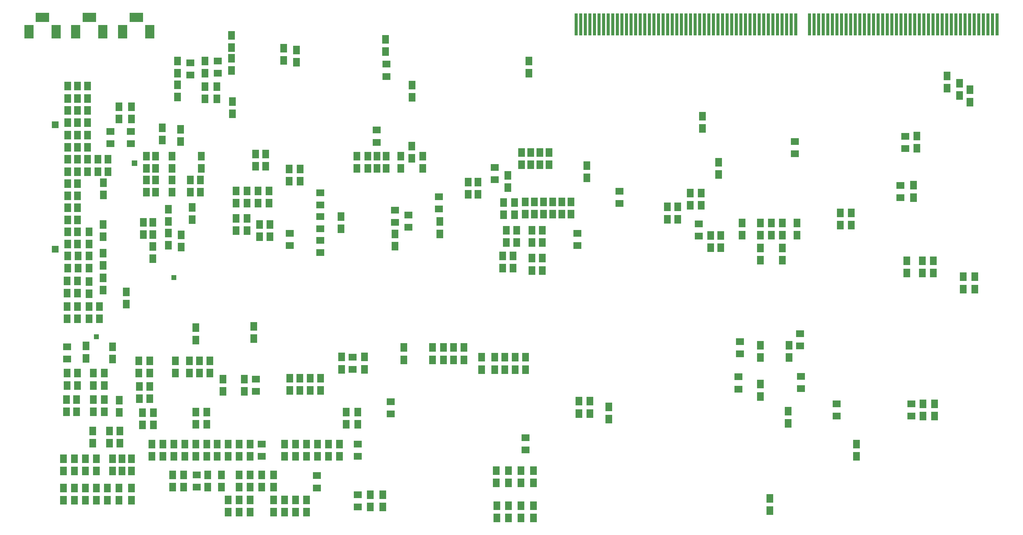
<source format=gbr>
%FSLAX34Y34*%
%MOMM*%
%LNSMDMASK_BOTTOM*%
G71*
G01*
%ADD10R,1.905X2.413*%
%ADD11R,1.906X2.413*%
%ADD12R,2.286X1.906*%
%ADD13R,1.906X2.414*%
%ADD14R,1.904X2.414*%
%ADD15R,1.904X2.413*%
%ADD16R,1.908X2.413*%
%ADD17R,1.905X2.414*%
%ADD18R,1.906X2.415*%
%ADD19R,2.287X1.906*%
%ADD20R,1.904X2.415*%
%ADD21R,2.286X1.904*%
%ADD22R,2.286X1.905*%
%ADD23R,1.905X2.415*%
%ADD24R,2.542X3.812*%
%ADD25R,3.810X2.540*%
%ADD26R,1.904X1.906*%
%ADD27R,2.540X3.812*%
%ADD28R,1.908X2.414*%
%ADD29R,1.903X2.413*%
%ADD30R,1.372X1.371*%
%ADD31R,2.287X1.905*%
%ADD32R,2.287X1.904*%
%ADD33R,1.371X1.373*%
%ADD34R,2.541X3.812*%
%ADD35R,3.812X2.540*%
%ADD36R,2.288X1.906*%
%ADD37R,2.288X1.904*%
%ADD38R,1.525X1.524*%
%ADD39R,0.890X6.100*%
%LPD*%
X353443Y-506514D02*
G54D10*
D03*
X324995Y-506514D02*
G54D11*
D03*
X296544Y-506514D02*
G54D10*
D03*
X241672Y-506514D02*
G54D10*
D03*
X268088Y-506514D02*
G54D10*
D03*
X503836Y-419114D02*
G54D11*
D03*
X942301Y-599488D02*
G54D12*
D03*
X477420Y-782398D02*
G54D11*
D03*
X300603Y-879939D02*
G54D13*
D03*
X339221Y-869774D02*
G54D10*
D03*
X586650Y-674171D02*
G54D14*
D03*
X438807Y-1099428D02*
G54D11*
D03*
X469287Y-1099428D02*
G54D11*
D03*
X312800Y-1133977D02*
G54D11*
D03*
X343288Y-1133977D02*
G54D10*
D03*
X241672Y-303278D02*
G54D10*
D03*
X241672Y-337316D02*
G54D15*
D03*
X485040Y-597956D02*
G54D11*
D03*
X459635Y-597956D02*
G54D10*
D03*
X1551987Y-487710D02*
G54D13*
D03*
X1551987Y-521754D02*
G54D11*
D03*
X2643834Y-787730D02*
G54D16*
D03*
X2613354Y-787730D02*
G54D16*
D03*
X1562150Y-624882D02*
G54D10*
D03*
X1562150Y-658931D02*
G54D17*
D03*
X1558594Y-703638D02*
G54D10*
D03*
X802581Y-687379D02*
G54D11*
D03*
X802581Y-721423D02*
G54D13*
D03*
X800046Y-628446D02*
G54D18*
D03*
X520600Y-645210D02*
G54D15*
D03*
X1656145Y-745810D02*
G54D19*
D03*
X343288Y-1099936D02*
G54D10*
D03*
X239638Y-843866D02*
G54D11*
D03*
X857455Y-1114165D02*
G54D13*
D03*
X857455Y-1148201D02*
G54D18*
D03*
X1511858Y-1312816D02*
G54D12*
D03*
X1341140Y-1062850D02*
G54D20*
D03*
X1312692Y-1062850D02*
G54D18*
D03*
X873716Y-1485569D02*
G54D11*
D03*
X873716Y-1451523D02*
G54D13*
D03*
X873716Y-1331107D02*
G54D13*
D03*
X873716Y-1297066D02*
G54D11*
D03*
X780229Y-1382420D02*
G54D11*
D03*
X747706Y-1382420D02*
G54D11*
D03*
X475388Y-1297066D02*
G54D15*
D03*
X383933Y-1419011D02*
G54D11*
D03*
X351411Y-1419011D02*
G54D11*
D03*
X320928Y-1419011D02*
G54D11*
D03*
X2241445Y-1239654D02*
G54D11*
D03*
X546005Y-333763D02*
G54D11*
D03*
X340235Y-571540D02*
G54D11*
D03*
X339221Y-766642D02*
G54D10*
D03*
X339221Y-721423D02*
G54D17*
D03*
X339221Y-687379D02*
G54D10*
D03*
X339221Y-800684D02*
G54D10*
D03*
X339221Y-835738D02*
G54D10*
D03*
X477420Y-681288D02*
G54D11*
D03*
X450996Y-681288D02*
G54D15*
D03*
X2613354Y-821768D02*
G54D16*
D03*
X2643834Y-821768D02*
G54D16*
D03*
X2164221Y-1056748D02*
G54D11*
D03*
X2164221Y-1130421D02*
G54D11*
D03*
X2164221Y-1164462D02*
G54D13*
D03*
X2048374Y-548682D02*
G54D10*
D03*
X1772998Y-629206D02*
G54D21*
D03*
X1772998Y-595170D02*
G54D22*
D03*
X1682561Y-557568D02*
G54D15*
D03*
X1743534Y-1227462D02*
G54D11*
D03*
X1534207Y-1501820D02*
G54D13*
D03*
X1534207Y-1467784D02*
G54D13*
D03*
X1499663Y-1467784D02*
G54D13*
D03*
X1499663Y-1501820D02*
G54D13*
D03*
X1534207Y-1404279D02*
G54D11*
D03*
X1499663Y-1404279D02*
G54D11*
D03*
X1499663Y-1370233D02*
G54D13*
D03*
X1534207Y-1370233D02*
G54D13*
D03*
X1511858Y-1278778D02*
G54D12*
D03*
X1430560Y-1404279D02*
G54D10*
D03*
X1430560Y-1370233D02*
G54D17*
D03*
X1389915Y-1090030D02*
G54D11*
D03*
X1389915Y-1055992D02*
G54D11*
D03*
X1379752Y-603554D02*
G54D10*
D03*
X1284233Y-1028804D02*
G54D11*
D03*
X1284233Y-1062850D02*
G54D18*
D03*
X1226824Y-497870D02*
G54D11*
D03*
X1226824Y-531908D02*
G54D11*
D03*
X1196845Y-334525D02*
G54D17*
D03*
X1196845Y-300481D02*
G54D10*
D03*
X1150109Y-681537D02*
G54D12*
D03*
X1150109Y-647499D02*
G54D12*
D03*
X1150101Y-747842D02*
G54D17*
D03*
X1150101Y-713803D02*
G54D17*
D03*
X1125717Y-276351D02*
G54D12*
D03*
X1125717Y-242315D02*
G54D12*
D03*
X1123685Y-207256D02*
G54D10*
D03*
X1123685Y-173215D02*
G54D23*
D03*
X942301Y-731586D02*
G54D12*
D03*
X763211Y-491520D02*
G54D11*
D03*
X791151Y-491520D02*
G54D10*
D03*
X698938Y-345955D02*
G54D11*
D03*
X698938Y-379994D02*
G54D11*
D03*
X695888Y-260090D02*
G54D15*
D03*
X609518Y-563920D02*
G54D11*
D03*
X609518Y-597956D02*
G54D11*
D03*
X556168Y-750384D02*
G54D15*
D03*
X469033Y-152130D02*
G54D24*
D03*
X546005Y-233674D02*
G54D11*
D03*
X431433Y-112239D02*
G54D25*
D03*
X340235Y-605578D02*
G54D11*
D03*
X239638Y-949040D02*
G54D11*
D03*
X239638Y-877907D02*
G54D11*
D03*
X239638Y-914999D02*
G54D13*
D03*
X239640Y-1026776D02*
G54D12*
D03*
X239638Y-1133977D02*
G54D11*
D03*
X239638Y-1099936D02*
G54D11*
D03*
X237606Y-1173098D02*
G54D10*
D03*
X237606Y-1207142D02*
G54D23*
D03*
X241672Y-439445D02*
G54D10*
D03*
X241672Y-404383D02*
G54D10*
D03*
X241672Y-473481D02*
G54D10*
D03*
X206615Y-755716D02*
G54D26*
D03*
X268088Y-370347D02*
G54D10*
D03*
X383933Y-360187D02*
G54D18*
D03*
X296544Y-370347D02*
G54D10*
D03*
X241672Y-370347D02*
G54D10*
D03*
X554644Y-423179D02*
G54D11*
D03*
X622218Y-338846D02*
G54D15*
D03*
X622218Y-304802D02*
G54D14*
D03*
X622218Y-267710D02*
G54D15*
D03*
X622218Y-233674D02*
G54D15*
D03*
X1521505Y-233674D02*
G54D11*
D03*
X1521505Y-267710D02*
G54D11*
D03*
X840691Y-198107D02*
G54D10*
D03*
X876253Y-203192D02*
G54D11*
D03*
X393841Y-152130D02*
G54D27*
D03*
X206615Y-410738D02*
G54D26*
D03*
X1074401Y-497870D02*
G54D11*
D03*
X1074401Y-531908D02*
G54D11*
D03*
X2003668Y-386603D02*
G54D18*
D03*
X855933Y-567476D02*
G54D15*
D03*
X855933Y-533438D02*
G54D15*
D03*
X2566606Y-476277D02*
G54D12*
D03*
X2598622Y-476023D02*
G54D28*
D03*
X586650Y-640128D02*
G54D15*
D03*
X581570Y-563920D02*
G54D11*
D03*
X581570Y-597956D02*
G54D11*
D03*
X556168Y-716346D02*
G54D15*
D03*
X2588970Y-612444D02*
G54D29*
D03*
X1906114Y-638611D02*
G54D11*
D03*
X530763Y-531908D02*
G54D11*
D03*
X942301Y-665535D02*
G54D12*
D03*
X942301Y-699576D02*
G54D12*
D03*
X942301Y-633526D02*
G54D12*
D03*
X1906114Y-672647D02*
G54D11*
D03*
X1353334Y-603554D02*
G54D10*
D03*
X1934572Y-672647D02*
G54D11*
D03*
X2113411Y-683315D02*
G54D11*
D03*
X2113411Y-717359D02*
G54D13*
D03*
X241672Y-741743D02*
G54D10*
D03*
X241672Y-707707D02*
G54D10*
D03*
X241672Y-674679D02*
G54D17*
D03*
X241672Y-808814D02*
G54D10*
D03*
X241672Y-774776D02*
G54D15*
D03*
X536351Y-834473D02*
G54D30*
D03*
X404253Y-908390D02*
G54D15*
D03*
X404253Y-874351D02*
G54D15*
D03*
X2273962Y-1024234D02*
G54D31*
D03*
X2243477Y-1056748D02*
G54D10*
D03*
X2243477Y-1022712D02*
G54D10*
D03*
X2241445Y-1205618D02*
G54D11*
D03*
X259966Y-1419011D02*
G54D11*
D03*
X259966Y-1453047D02*
G54D11*
D03*
X259966Y-1337718D02*
G54D11*
D03*
X259966Y-1371754D02*
G54D11*
D03*
X229475Y-1453047D02*
G54D10*
D03*
X229475Y-1419011D02*
G54D10*
D03*
X290448Y-1337718D02*
G54D11*
D03*
X520600Y-745299D02*
G54D15*
D03*
X520600Y-711260D02*
G54D15*
D03*
X520600Y-679246D02*
G54D15*
D03*
X2682455Y-308866D02*
G54D17*
D03*
X2682455Y-274822D02*
G54D10*
D03*
X2003668Y-420649D02*
G54D11*
D03*
X2048374Y-514634D02*
G54D23*
D03*
X2259733Y-491009D02*
G54D12*
D03*
X2259733Y-456971D02*
G54D12*
D03*
X2385742Y-688911D02*
G54D11*
D03*
X2416222Y-688911D02*
G54D11*
D03*
X1448853Y-808814D02*
G54D11*
D03*
X1043916Y-531908D02*
G54D11*
D03*
X1043916Y-497870D02*
G54D11*
D03*
X1125209Y-531908D02*
G54D11*
D03*
X1099804Y-531908D02*
G54D15*
D03*
X1501185Y-487710D02*
G54D14*
D03*
X1526587Y-487710D02*
G54D13*
D03*
X1459011Y-737679D02*
G54D11*
D03*
X1448853Y-774776D02*
G54D11*
D03*
X1459011Y-703638D02*
G54D11*
D03*
X1450880Y-626414D02*
G54D11*
D03*
X1450880Y-660450D02*
G54D11*
D03*
X1379752Y-569510D02*
G54D23*
D03*
X1353334Y-569510D02*
G54D23*
D03*
X1462922Y-585233D02*
G54D18*
D03*
X1426504Y-562902D02*
G54D12*
D03*
X1477304Y-774776D02*
G54D10*
D03*
X1477304Y-808814D02*
G54D10*
D03*
X1481368Y-660450D02*
G54D10*
D03*
X1481368Y-626414D02*
G54D10*
D03*
X1487469Y-703638D02*
G54D11*
D03*
X1487469Y-737679D02*
G54D11*
D03*
X1577398Y-487710D02*
G54D13*
D03*
X1526587Y-521754D02*
G54D11*
D03*
X1501185Y-521754D02*
G54D15*
D03*
X1272039Y-644199D02*
G54D21*
D03*
X1274076Y-679246D02*
G54D11*
D03*
X1274076Y-713295D02*
G54D13*
D03*
X1272039Y-610153D02*
G54D12*
D03*
X1137914Y-1213238D02*
G54D12*
D03*
X1137914Y-1179194D02*
G54D21*
D03*
X450996Y-715327D02*
G54D15*
D03*
X477420Y-715327D02*
G54D11*
D03*
X477420Y-748350D02*
G54D13*
D03*
X241672Y-607618D02*
G54D10*
D03*
X268088Y-607618D02*
G54D10*
D03*
X268088Y-640638D02*
G54D10*
D03*
X241672Y-640638D02*
G54D10*
D03*
X241672Y-573574D02*
G54D20*
D03*
X268088Y-573574D02*
G54D23*
D03*
X241672Y-540550D02*
G54D10*
D03*
X268088Y-540550D02*
G54D10*
D03*
X300603Y-774776D02*
G54D11*
D03*
X300603Y-808814D02*
G54D11*
D03*
X300603Y-845903D02*
G54D13*
D03*
X300603Y-707707D02*
G54D11*
D03*
X300603Y-741743D02*
G54D11*
D03*
X942301Y-765626D02*
G54D12*
D03*
X546005Y-299722D02*
G54D11*
D03*
X546005Y-267710D02*
G54D11*
D03*
X581573Y-272795D02*
G54D12*
D03*
X581573Y-238752D02*
G54D21*
D03*
X418482Y-394222D02*
G54D13*
D03*
X418482Y-360187D02*
G54D18*
D03*
X359541Y-463323D02*
G54D12*
D03*
X359541Y-429280D02*
G54D21*
D03*
X383933Y-394222D02*
G54D13*
D03*
X1099804Y-497870D02*
G54D15*
D03*
X1125209Y-497870D02*
G54D11*
D03*
X1099298Y-459259D02*
G54D12*
D03*
X1099298Y-425213D02*
G54D22*
D03*
X1165852Y-531908D02*
G54D10*
D03*
X1165852Y-497870D02*
G54D10*
D03*
X1186682Y-694999D02*
G54D12*
D03*
X1186682Y-660963D02*
G54D12*
D03*
X1196342Y-503968D02*
G54D18*
D03*
X1196342Y-469925D02*
G54D11*
D03*
X1638363Y-658931D02*
G54D13*
D03*
X1638363Y-624882D02*
G54D11*
D03*
X1682561Y-523532D02*
G54D15*
D03*
X1577398Y-521754D02*
G54D11*
D03*
X1587552Y-624882D02*
G54D11*
D03*
X1587552Y-658931D02*
G54D13*
D03*
X1612960Y-624882D02*
G54D10*
D03*
X1612960Y-658931D02*
G54D17*
D03*
X1511347Y-624882D02*
G54D11*
D03*
X1511347Y-658931D02*
G54D13*
D03*
X1530143Y-703638D02*
G54D11*
D03*
X1536745Y-624882D02*
G54D11*
D03*
X1536745Y-658931D02*
G54D13*
D03*
X1558594Y-814910D02*
G54D17*
D03*
X1530143Y-814910D02*
G54D13*
D03*
X1530143Y-780866D02*
G54D11*
D03*
X1558594Y-780866D02*
G54D10*
D03*
X1174492Y-1062850D02*
G54D23*
D03*
X1174492Y-1028804D02*
G54D10*
D03*
X1081005Y-1471340D02*
G54D17*
D03*
X1081005Y-1437294D02*
G54D10*
D03*
X579030Y-1065390D02*
G54D15*
D03*
X607486Y-1065390D02*
G54D15*
D03*
X597321Y-1007980D02*
G54D11*
D03*
X597321Y-973937D02*
G54D13*
D03*
X757872Y-1003914D02*
G54D15*
D03*
X757872Y-969868D02*
G54D20*
D03*
X1064747Y-1055224D02*
G54D17*
D03*
X1064747Y-1089273D02*
G54D10*
D03*
X1656145Y-711771D02*
G54D19*
D03*
X2225186Y-786462D02*
G54D11*
D03*
X2225186Y-752416D02*
G54D13*
D03*
X2225186Y-717359D02*
G54D13*
D03*
X2225186Y-683315D02*
G54D11*
D03*
X2026015Y-717862D02*
G54D11*
D03*
X2026015Y-751906D02*
G54D13*
D03*
X2054476Y-751906D02*
G54D13*
D03*
X2054476Y-717862D02*
G54D11*
D03*
X2265829Y-683315D02*
G54D10*
D03*
X2265829Y-717359D02*
G54D17*
D03*
X2164221Y-1022712D02*
G54D11*
D03*
X2103244Y-1110099D02*
G54D21*
D03*
X2103244Y-1144137D02*
G54D22*
D03*
X2107308Y-1046591D02*
G54D12*
D03*
X2107308Y-1012550D02*
G54D22*
D03*
X1993508Y-685355D02*
G54D12*
D03*
X1993508Y-719391D02*
G54D12*
D03*
X635934Y-1099428D02*
G54D11*
D03*
X635934Y-1065390D02*
G54D11*
D03*
X239640Y-1060812D02*
G54D12*
D03*
X448962Y-1209684D02*
G54D11*
D03*
X479444Y-1209684D02*
G54D11*
D03*
X440582Y-1136771D02*
G54D11*
D03*
X440582Y-1170807D02*
G54D11*
D03*
X469287Y-1136517D02*
G54D13*
D03*
X469287Y-1170561D02*
G54D11*
D03*
X599348Y-1382428D02*
G54D31*
D03*
X597321Y-1331107D02*
G54D13*
D03*
X599348Y-1416466D02*
G54D32*
D03*
X627806Y-1331107D02*
G54D13*
D03*
X629838Y-1416466D02*
G54D20*
D03*
X629838Y-1382420D02*
G54D15*
D03*
X812746Y-1382420D02*
G54D15*
D03*
X812746Y-1416466D02*
G54D20*
D03*
X812746Y-1451523D02*
G54D14*
D03*
X812746Y-1485569D02*
G54D15*
D03*
X843226Y-1485569D02*
G54D10*
D03*
X843226Y-1451523D02*
G54D17*
D03*
X843226Y-1331107D02*
G54D17*
D03*
X843226Y-1297066D02*
G54D10*
D03*
X780229Y-1416466D02*
G54D18*
D03*
X747706Y-1416466D02*
G54D18*
D03*
X747706Y-1451523D02*
G54D13*
D03*
X747706Y-1485569D02*
G54D11*
D03*
X320928Y-1453047D02*
G54D11*
D03*
X383933Y-1453047D02*
G54D11*
D03*
X351411Y-1453047D02*
G54D11*
D03*
X365640Y-1371754D02*
G54D10*
D03*
X320928Y-1371754D02*
G54D11*
D03*
X365640Y-1337718D02*
G54D10*
D03*
X320928Y-1337718D02*
G54D11*
D03*
X357509Y-1294531D02*
G54D10*
D03*
X310766Y-1294531D02*
G54D10*
D03*
X357509Y-1260490D02*
G54D10*
D03*
X310766Y-1260490D02*
G54D10*
D03*
X597321Y-1207645D02*
G54D11*
D03*
X597321Y-1241688D02*
G54D13*
D03*
X597321Y-1297066D02*
G54D11*
D03*
X627806Y-1207645D02*
G54D11*
D03*
X627806Y-1297066D02*
G54D11*
D03*
X627806Y-1241688D02*
G54D13*
D03*
X686744Y-1331107D02*
G54D13*
D03*
X717226Y-1331107D02*
G54D13*
D03*
X717226Y-1297066D02*
G54D11*
D03*
X686744Y-1297066D02*
G54D11*
D03*
X656259Y-1297066D02*
G54D11*
D03*
X656259Y-1331107D02*
G54D13*
D03*
X672518Y-1150233D02*
G54D15*
D03*
X672518Y-1116197D02*
G54D15*
D03*
X469287Y-1065390D02*
G54D11*
D03*
X312800Y-1099936D02*
G54D11*
D03*
X320928Y-999086D02*
G54D33*
D03*
X503836Y-453161D02*
G54D13*
D03*
X1558594Y-737679D02*
G54D10*
D03*
X1530143Y-737679D02*
G54D11*
D03*
X2745447Y-347487D02*
G54D10*
D03*
X2745447Y-313443D02*
G54D23*
D03*
X2566606Y-442241D02*
G54D12*
D03*
X2716999Y-295147D02*
G54D10*
D03*
X2716999Y-329194D02*
G54D17*
D03*
X2727156Y-866477D02*
G54D17*
D03*
X2727156Y-832438D02*
G54D17*
D03*
X2759668Y-832438D02*
G54D17*
D03*
X2759668Y-866477D02*
G54D17*
D03*
X2552386Y-578908D02*
G54D22*
D03*
X2416222Y-654862D02*
G54D18*
D03*
X2385742Y-654862D02*
G54D18*
D03*
X2552386Y-612952D02*
G54D12*
D03*
X2164221Y-752416D02*
G54D13*
D03*
X2164221Y-786462D02*
G54D11*
D03*
X2164221Y-717359D02*
G54D13*
D03*
X2164221Y-683315D02*
G54D11*
D03*
X2194704Y-717359D02*
G54D13*
D03*
X2194704Y-683315D02*
G54D11*
D03*
X2570670Y-821768D02*
G54D10*
D03*
X2570670Y-787730D02*
G54D10*
D03*
X2375570Y-1185293D02*
G54D19*
D03*
X2375570Y-1219336D02*
G54D32*
D03*
X2430444Y-1297066D02*
G54D11*
D03*
X2430444Y-1331107D02*
G54D13*
D03*
X1465107Y-1467784D02*
G54D17*
D03*
X1465107Y-1501820D02*
G54D17*
D03*
X1465107Y-1404279D02*
G54D10*
D03*
X1465107Y-1370233D02*
G54D17*
D03*
X1432595Y-1501820D02*
G54D13*
D03*
X1432595Y-1467784D02*
G54D13*
D03*
X2190640Y-1447456D02*
G54D13*
D03*
X2190640Y-1481502D02*
G54D11*
D03*
X2277015Y-1143126D02*
G54D12*
D03*
X2277015Y-1109080D02*
G54D21*
D03*
X2647898Y-1219329D02*
G54D16*
D03*
X2615386Y-1219329D02*
G54D29*
D03*
X2647898Y-1185293D02*
G54D16*
D03*
X2615386Y-1185293D02*
G54D29*
D03*
X2582862Y-1185293D02*
G54D12*
D03*
X2582862Y-1219336D02*
G54D21*
D03*
X1743534Y-1193421D02*
G54D11*
D03*
X1511850Y-1090030D02*
G54D10*
D03*
X1511850Y-1055992D02*
G54D10*
D03*
X1253751Y-1062850D02*
G54D18*
D03*
X1253751Y-1028804D02*
G54D11*
D03*
X1660212Y-1177930D02*
G54D23*
D03*
X1660212Y-1211970D02*
G54D10*
D03*
X1690692Y-1211970D02*
G54D10*
D03*
X1690692Y-1177930D02*
G54D23*
D03*
X1999601Y-634034D02*
G54D11*
D03*
X1969119Y-634034D02*
G54D11*
D03*
X1934572Y-638611D02*
G54D11*
D03*
X914361Y-1148201D02*
G54D23*
D03*
X914361Y-1114165D02*
G54D17*
D03*
X942812Y-1114165D02*
G54D13*
D03*
X942812Y-1148201D02*
G54D18*
D03*
X385965Y-1294531D02*
G54D15*
D03*
X385965Y-1260490D02*
G54D15*
D03*
X392066Y-1337718D02*
G54D11*
D03*
X392066Y-1371754D02*
G54D11*
D03*
X384692Y-1208920D02*
G54D18*
D03*
X384692Y-1174874D02*
G54D11*
D03*
X1483400Y-1090030D02*
G54D11*
D03*
X1483400Y-1055992D02*
G54D11*
D03*
X2273962Y-990190D02*
G54D19*
D03*
X1426494Y-1090030D02*
G54D15*
D03*
X1426494Y-1055992D02*
G54D15*
D03*
X1454947Y-1090030D02*
G54D11*
D03*
X1454947Y-1055992D02*
G54D11*
D03*
X438807Y-1065390D02*
G54D11*
D03*
X885905Y-1148201D02*
G54D20*
D03*
X885905Y-1114165D02*
G54D14*
D03*
X418482Y-1453047D02*
G54D11*
D03*
X418482Y-1419011D02*
G54D11*
D03*
X418482Y-1337718D02*
G54D11*
D03*
X418482Y-1371754D02*
G54D11*
D03*
X290448Y-1453047D02*
G54D11*
D03*
X290448Y-1371754D02*
G54D11*
D03*
X290448Y-1419011D02*
G54D11*
D03*
X965164Y-1297066D02*
G54D11*
D03*
X965164Y-1331107D02*
G54D13*
D03*
X934678Y-1331107D02*
G54D13*
D03*
X934678Y-1297066D02*
G54D11*
D03*
X904196Y-1297066D02*
G54D11*
D03*
X904196Y-1331107D02*
G54D13*
D03*
X904196Y-1485569D02*
G54D11*
D03*
X904196Y-1451523D02*
G54D13*
D03*
X780231Y-1297063D02*
G54D12*
D03*
X747706Y-1297066D02*
G54D11*
D03*
X763968Y-1150236D02*
G54D19*
D03*
X763968Y-1116200D02*
G54D19*
D03*
X932657Y-1384460D02*
G54D12*
D03*
X932657Y-1418498D02*
G54D12*
D03*
X995651Y-1331107D02*
G54D17*
D03*
X1013944Y-1241688D02*
G54D13*
D03*
X1013944Y-1207645D02*
G54D11*
D03*
X995651Y-1297066D02*
G54D10*
D03*
X731456Y-1150233D02*
G54D15*
D03*
X731456Y-1116197D02*
G54D15*
D03*
X448962Y-1243720D02*
G54D11*
D03*
X479444Y-1243720D02*
G54D11*
D03*
X540417Y-1099428D02*
G54D10*
D03*
X540417Y-1065390D02*
G54D10*
D03*
X607486Y-1099428D02*
G54D15*
D03*
X579030Y-1099428D02*
G54D15*
D03*
X1032232Y-1055227D02*
G54D22*
D03*
X1001750Y-1055224D02*
G54D13*
D03*
X1001750Y-1089273D02*
G54D11*
D03*
X1032232Y-1089271D02*
G54D12*
D03*
X208901Y-152130D02*
G54D34*
D03*
X133710Y-152130D02*
G54D27*
D03*
X171302Y-112239D02*
G54D25*
D03*
X338967Y-152130D02*
G54D27*
D03*
X263776Y-152130D02*
G54D34*
D03*
X301368Y-112239D02*
G54D35*
D03*
X655240Y-338846D02*
G54D11*
D03*
X657775Y-267713D02*
G54D12*
D03*
X655240Y-304802D02*
G54D13*
D03*
X657775Y-233672D02*
G54D12*
D03*
X876253Y-237230D02*
G54D11*
D03*
X840691Y-232143D02*
G54D10*
D03*
X886413Y-533438D02*
G54D10*
D03*
X886413Y-567476D02*
G54D10*
D03*
X416447Y-463323D02*
G54D36*
D03*
X416447Y-429280D02*
G54D37*
D03*
X554644Y-457227D02*
G54D13*
D03*
X708593Y-628446D02*
G54D23*
D03*
X708593Y-670615D02*
G54D17*
D03*
X708593Y-704659D02*
G54D10*
D03*
X708593Y-594402D02*
G54D10*
D03*
X739076Y-704659D02*
G54D15*
D03*
X739076Y-670615D02*
G54D14*
D03*
X739076Y-628446D02*
G54D20*
D03*
X769556Y-628446D02*
G54D23*
D03*
X774133Y-687379D02*
G54D10*
D03*
X774133Y-721423D02*
G54D17*
D03*
X857455Y-745810D02*
G54D12*
D03*
X857455Y-711771D02*
G54D12*
D03*
X800046Y-594402D02*
G54D11*
D03*
X769556Y-594402D02*
G54D10*
D03*
X739076Y-594402D02*
G54D15*
D03*
X791151Y-525556D02*
G54D10*
D03*
X763211Y-525556D02*
G54D11*
D03*
X459635Y-563920D02*
G54D10*
D03*
X459635Y-531908D02*
G54D10*
D03*
X459635Y-497870D02*
G54D10*
D03*
X485040Y-497870D02*
G54D11*
D03*
X485040Y-531908D02*
G54D11*
D03*
X485040Y-563920D02*
G54D11*
D03*
X530763Y-597956D02*
G54D11*
D03*
X530763Y-563920D02*
G54D11*
D03*
X612053Y-531908D02*
G54D11*
D03*
X612053Y-497870D02*
G54D11*
D03*
X1341140Y-1028804D02*
G54D15*
D03*
X1312692Y-1028804D02*
G54D11*
D03*
X1115554Y-1437294D02*
G54D10*
D03*
X1115554Y-1471340D02*
G54D17*
D03*
X1046454Y-1471338D02*
G54D22*
D03*
X1046454Y-1437294D02*
G54D12*
D03*
X1046454Y-1331109D02*
G54D22*
D03*
X1046461Y-1207645D02*
G54D15*
D03*
X1046461Y-1241688D02*
G54D14*
D03*
X1046454Y-1297063D02*
G54D12*
D03*
X532287Y-1416466D02*
G54D20*
D03*
X532287Y-1382420D02*
G54D15*
D03*
X668451Y-1416466D02*
G54D23*
D03*
X668451Y-1382420D02*
G54D10*
D03*
X717226Y-1416466D02*
G54D18*
D03*
X717226Y-1382420D02*
G54D11*
D03*
X747706Y-1331107D02*
G54D13*
D03*
X780231Y-1331109D02*
G54D22*
D03*
X717226Y-1485569D02*
G54D11*
D03*
X686744Y-1485569D02*
G54D11*
D03*
X717226Y-1451523D02*
G54D13*
D03*
X686744Y-1451523D02*
G54D13*
D03*
X475388Y-1331107D02*
G54D14*
D03*
X566838Y-1331107D02*
G54D13*
D03*
X562774Y-1382420D02*
G54D11*
D03*
X562774Y-1416466D02*
G54D18*
D03*
X566838Y-1297066D02*
G54D11*
D03*
X505868Y-1297066D02*
G54D10*
D03*
X505868Y-1331107D02*
G54D17*
D03*
X536351Y-1331107D02*
G54D14*
D03*
X536351Y-1297066D02*
G54D15*
D03*
X695888Y-226054D02*
G54D15*
D03*
X695888Y-196583D02*
G54D20*
D03*
X695888Y-162539D02*
G54D15*
D03*
X365640Y-1060815D02*
G54D10*
D03*
X365640Y-1026776D02*
G54D10*
D03*
X2588970Y-578400D02*
G54D29*
D03*
X1969119Y-599998D02*
G54D11*
D03*
X1999601Y-599998D02*
G54D11*
D03*
X268088Y-303278D02*
G54D10*
D03*
X268088Y-337316D02*
G54D10*
D03*
X296544Y-337316D02*
G54D10*
D03*
X296544Y-303278D02*
G54D10*
D03*
X268088Y-473481D02*
G54D10*
D03*
X296544Y-473481D02*
G54D10*
D03*
X296544Y-439445D02*
G54D10*
D03*
X268088Y-439445D02*
G54D10*
D03*
X296544Y-404383D02*
G54D10*
D03*
X268088Y-404383D02*
G54D10*
D03*
X530763Y-497870D02*
G54D11*
D03*
X324995Y-540550D02*
G54D11*
D03*
X296544Y-540550D02*
G54D10*
D03*
X353443Y-540550D02*
G54D10*
D03*
X292480Y-1024744D02*
G54D14*
D03*
X292480Y-1058780D02*
G54D14*
D03*
X268088Y-914999D02*
G54D17*
D03*
X268088Y-877907D02*
G54D10*
D03*
X268088Y-843866D02*
G54D10*
D03*
X268088Y-949040D02*
G54D10*
D03*
X270120Y-808814D02*
G54D11*
D03*
X268088Y-674679D02*
G54D17*
D03*
X268088Y-707707D02*
G54D10*
D03*
X268088Y-741743D02*
G54D10*
D03*
X270120Y-774776D02*
G54D11*
D03*
X300603Y-949040D02*
G54D11*
D03*
X329059Y-949040D02*
G54D11*
D03*
X300603Y-914999D02*
G54D13*
D03*
X329059Y-914999D02*
G54D13*
D03*
X266056Y-1207142D02*
G54D18*
D03*
X266056Y-1173098D02*
G54D11*
D03*
X268088Y-1133977D02*
G54D10*
D03*
X268088Y-1099936D02*
G54D10*
D03*
X229475Y-1371754D02*
G54D10*
D03*
X229475Y-1337718D02*
G54D10*
D03*
X999718Y-665027D02*
G54D15*
D03*
X999718Y-699066D02*
G54D15*
D03*
X1462922Y-551194D02*
G54D13*
D03*
X1426504Y-528866D02*
G54D12*
D03*
X426356Y-517430D02*
G54D38*
D03*
X343288Y-1207142D02*
G54D23*
D03*
X312800Y-1207142D02*
G54D18*
D03*
X343288Y-1173098D02*
G54D10*
D03*
X312800Y-1173098D02*
G54D11*
D03*
X2598622Y-441977D02*
G54D16*
D03*
X1652885Y-131981D02*
G54D39*
D03*
X1665585Y-131981D02*
G54D39*
D03*
X1678285Y-131981D02*
G54D39*
D03*
X1690985Y-131981D02*
G54D39*
D03*
X1703685Y-131981D02*
G54D39*
D03*
X1716385Y-131981D02*
G54D39*
D03*
X1729085Y-131981D02*
G54D39*
D03*
X1741785Y-131981D02*
G54D39*
D03*
X1754485Y-131981D02*
G54D39*
D03*
X1767185Y-131981D02*
G54D39*
D03*
X1779885Y-131981D02*
G54D39*
D03*
X1792585Y-131981D02*
G54D39*
D03*
X1805285Y-131981D02*
G54D39*
D03*
X1817985Y-131981D02*
G54D39*
D03*
X1830685Y-131981D02*
G54D39*
D03*
X1843385Y-131981D02*
G54D39*
D03*
X1856085Y-131981D02*
G54D39*
D03*
X1868785Y-131981D02*
G54D39*
D03*
X1881485Y-131981D02*
G54D39*
D03*
X1894185Y-131981D02*
G54D39*
D03*
X1906885Y-131981D02*
G54D39*
D03*
X1919585Y-131981D02*
G54D39*
D03*
X1932285Y-131981D02*
G54D39*
D03*
X1944985Y-131981D02*
G54D39*
D03*
X1957685Y-131981D02*
G54D39*
D03*
X1970385Y-131981D02*
G54D39*
D03*
X1983085Y-131981D02*
G54D39*
D03*
X1995785Y-131981D02*
G54D39*
D03*
X2008485Y-131981D02*
G54D39*
D03*
X2021185Y-131981D02*
G54D39*
D03*
X2033885Y-131981D02*
G54D39*
D03*
X2046585Y-131981D02*
G54D39*
D03*
X2059285Y-131981D02*
G54D39*
D03*
X2071985Y-131981D02*
G54D39*
D03*
X2084685Y-131981D02*
G54D39*
D03*
X2097385Y-131981D02*
G54D39*
D03*
X2110085Y-131981D02*
G54D39*
D03*
X2122785Y-131981D02*
G54D39*
D03*
X2135485Y-131981D02*
G54D39*
D03*
X2148185Y-131981D02*
G54D39*
D03*
X2160885Y-131981D02*
G54D39*
D03*
X2173585Y-131981D02*
G54D39*
D03*
X2186285Y-131981D02*
G54D39*
D03*
X2198985Y-131981D02*
G54D39*
D03*
X2211685Y-131981D02*
G54D39*
D03*
X2224385Y-131981D02*
G54D39*
D03*
X2237085Y-131981D02*
G54D39*
D03*
X2249785Y-131981D02*
G54D39*
D03*
X2262485Y-131981D02*
G54D39*
D03*
X2300585Y-131981D02*
G54D39*
D03*
X2313285Y-131981D02*
G54D39*
D03*
X2325985Y-131981D02*
G54D39*
D03*
X2338685Y-131981D02*
G54D39*
D03*
X2351385Y-131981D02*
G54D39*
D03*
X2364085Y-131981D02*
G54D39*
D03*
X2376785Y-131981D02*
G54D39*
D03*
X2389485Y-131981D02*
G54D39*
D03*
X2402185Y-131981D02*
G54D39*
D03*
X2414885Y-131981D02*
G54D39*
D03*
X2427585Y-131981D02*
G54D39*
D03*
X2440285Y-131981D02*
G54D39*
D03*
X2452985Y-131981D02*
G54D39*
D03*
X2465685Y-131981D02*
G54D39*
D03*
X2478385Y-131981D02*
G54D39*
D03*
X2491085Y-131981D02*
G54D39*
D03*
X2503785Y-131981D02*
G54D39*
D03*
X2516485Y-131981D02*
G54D39*
D03*
X2529185Y-131981D02*
G54D39*
D03*
X2541885Y-131981D02*
G54D39*
D03*
X2554585Y-131981D02*
G54D39*
D03*
X2567285Y-131981D02*
G54D39*
D03*
X2579985Y-131981D02*
G54D39*
D03*
X2592685Y-131981D02*
G54D39*
D03*
X2605385Y-131981D02*
G54D39*
D03*
X2618085Y-131981D02*
G54D39*
D03*
X2630785Y-131981D02*
G54D39*
D03*
X2643485Y-131981D02*
G54D39*
D03*
X2656185Y-131981D02*
G54D39*
D03*
X2668885Y-131981D02*
G54D39*
D03*
X2681585Y-131981D02*
G54D39*
D03*
X2694285Y-131981D02*
G54D39*
D03*
X2706985Y-131981D02*
G54D39*
D03*
X2719685Y-131981D02*
G54D39*
D03*
X2732385Y-131981D02*
G54D39*
D03*
X2745085Y-131981D02*
G54D39*
D03*
X2757785Y-131981D02*
G54D39*
D03*
X2770485Y-131981D02*
G54D39*
D03*
X2783185Y-131981D02*
G54D39*
D03*
X2795885Y-131981D02*
G54D39*
D03*
X2808585Y-131981D02*
G54D39*
D03*
X2821285Y-131981D02*
G54D39*
D03*
M02*

</source>
